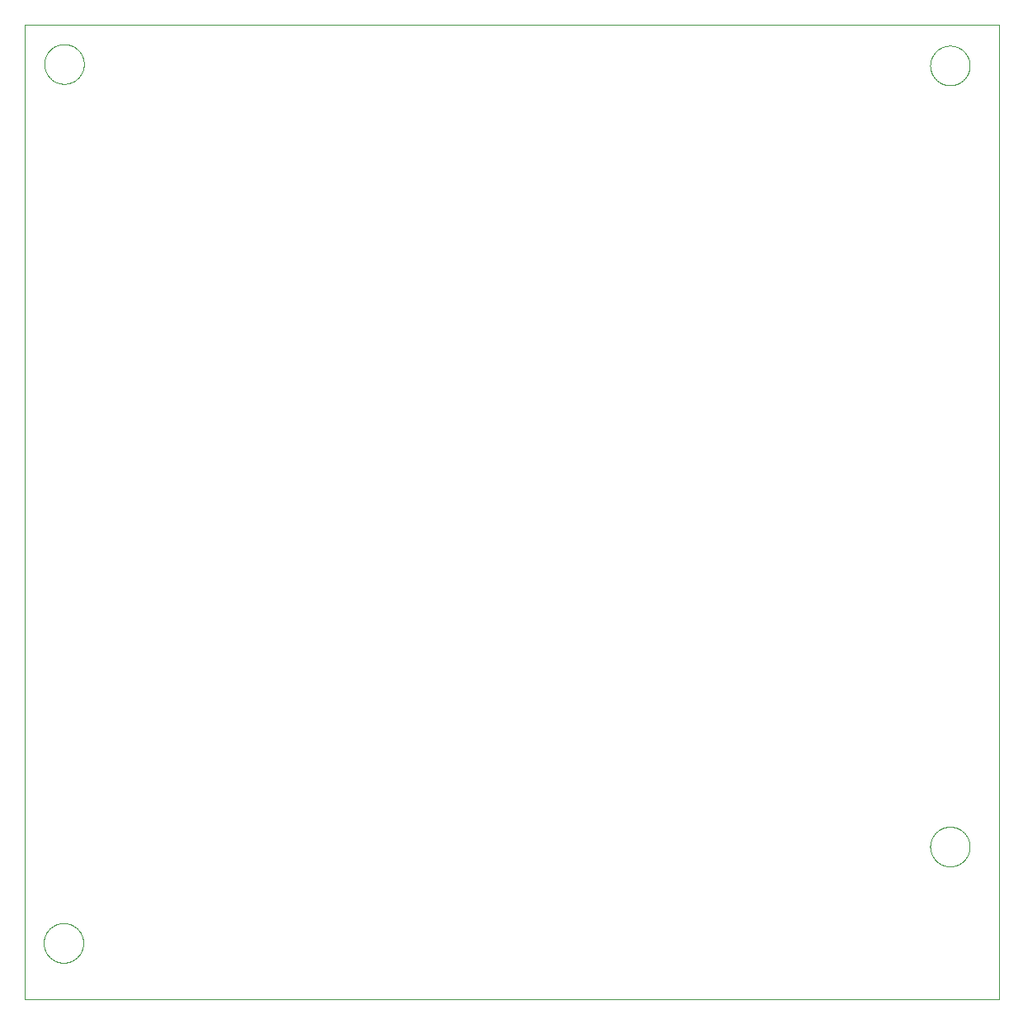
<source format=gbp>
G04 EAGLE Gerber X2 export*
%TF.Part,Single*%
%TF.FileFunction,Other,Solder paste bottom*%
%TF.FilePolarity,Positive*%
%TF.GenerationSoftware,Autodesk,EAGLE,9.1.2*%
%TF.CreationDate,2019-01-18T12:57:07Z*%
G75*
%MOMM*%
%FSLAX34Y34*%
%LPD*%
%AMOC8*
5,1,8,0,0,1.08239X$1,22.5*%
G01*
%ADD10C,0.000000*%


D10*
X0Y-187960D02*
X1000000Y-187960D01*
X1000000Y812700D01*
X0Y812700D01*
X0Y-187960D01*
X929600Y-31008D02*
X929606Y-30509D01*
X929624Y-30011D01*
X929655Y-29513D01*
X929698Y-29016D01*
X929753Y-28521D01*
X929820Y-28026D01*
X929899Y-27534D01*
X929990Y-27044D01*
X930094Y-26556D01*
X930209Y-26071D01*
X930336Y-25588D01*
X930475Y-25109D01*
X930626Y-24634D01*
X930788Y-24162D01*
X930962Y-23695D01*
X931147Y-23232D01*
X931343Y-22773D01*
X931551Y-22320D01*
X931770Y-21872D01*
X931999Y-21429D01*
X932240Y-20992D01*
X932491Y-20561D01*
X932753Y-20137D01*
X933025Y-19719D01*
X933307Y-19308D01*
X933599Y-18903D01*
X933901Y-18506D01*
X934212Y-18117D01*
X934534Y-17736D01*
X934864Y-17362D01*
X935203Y-16997D01*
X935552Y-16640D01*
X935909Y-16291D01*
X936274Y-15952D01*
X936648Y-15622D01*
X937029Y-15300D01*
X937418Y-14989D01*
X937815Y-14687D01*
X938220Y-14395D01*
X938631Y-14113D01*
X939049Y-13841D01*
X939473Y-13579D01*
X939904Y-13328D01*
X940341Y-13087D01*
X940784Y-12858D01*
X941232Y-12639D01*
X941685Y-12431D01*
X942144Y-12235D01*
X942607Y-12050D01*
X943074Y-11876D01*
X943546Y-11714D01*
X944021Y-11563D01*
X944500Y-11424D01*
X944983Y-11297D01*
X945468Y-11182D01*
X945956Y-11078D01*
X946446Y-10987D01*
X946938Y-10908D01*
X947433Y-10841D01*
X947928Y-10786D01*
X948425Y-10743D01*
X948923Y-10712D01*
X949421Y-10694D01*
X949920Y-10688D01*
X950419Y-10694D01*
X950917Y-10712D01*
X951415Y-10743D01*
X951912Y-10786D01*
X952407Y-10841D01*
X952902Y-10908D01*
X953394Y-10987D01*
X953884Y-11078D01*
X954372Y-11182D01*
X954857Y-11297D01*
X955340Y-11424D01*
X955819Y-11563D01*
X956294Y-11714D01*
X956766Y-11876D01*
X957233Y-12050D01*
X957696Y-12235D01*
X958155Y-12431D01*
X958608Y-12639D01*
X959056Y-12858D01*
X959499Y-13087D01*
X959936Y-13328D01*
X960367Y-13579D01*
X960791Y-13841D01*
X961209Y-14113D01*
X961620Y-14395D01*
X962025Y-14687D01*
X962422Y-14989D01*
X962811Y-15300D01*
X963192Y-15622D01*
X963566Y-15952D01*
X963931Y-16291D01*
X964288Y-16640D01*
X964637Y-16997D01*
X964976Y-17362D01*
X965306Y-17736D01*
X965628Y-18117D01*
X965939Y-18506D01*
X966241Y-18903D01*
X966533Y-19308D01*
X966815Y-19719D01*
X967087Y-20137D01*
X967349Y-20561D01*
X967600Y-20992D01*
X967841Y-21429D01*
X968070Y-21872D01*
X968289Y-22320D01*
X968497Y-22773D01*
X968693Y-23232D01*
X968878Y-23695D01*
X969052Y-24162D01*
X969214Y-24634D01*
X969365Y-25109D01*
X969504Y-25588D01*
X969631Y-26071D01*
X969746Y-26556D01*
X969850Y-27044D01*
X969941Y-27534D01*
X970020Y-28026D01*
X970087Y-28521D01*
X970142Y-29016D01*
X970185Y-29513D01*
X970216Y-30011D01*
X970234Y-30509D01*
X970240Y-31008D01*
X970234Y-31507D01*
X970216Y-32005D01*
X970185Y-32503D01*
X970142Y-33000D01*
X970087Y-33495D01*
X970020Y-33990D01*
X969941Y-34482D01*
X969850Y-34972D01*
X969746Y-35460D01*
X969631Y-35945D01*
X969504Y-36428D01*
X969365Y-36907D01*
X969214Y-37382D01*
X969052Y-37854D01*
X968878Y-38321D01*
X968693Y-38784D01*
X968497Y-39243D01*
X968289Y-39696D01*
X968070Y-40144D01*
X967841Y-40587D01*
X967600Y-41024D01*
X967349Y-41455D01*
X967087Y-41879D01*
X966815Y-42297D01*
X966533Y-42708D01*
X966241Y-43113D01*
X965939Y-43510D01*
X965628Y-43899D01*
X965306Y-44280D01*
X964976Y-44654D01*
X964637Y-45019D01*
X964288Y-45376D01*
X963931Y-45725D01*
X963566Y-46064D01*
X963192Y-46394D01*
X962811Y-46716D01*
X962422Y-47027D01*
X962025Y-47329D01*
X961620Y-47621D01*
X961209Y-47903D01*
X960791Y-48175D01*
X960367Y-48437D01*
X959936Y-48688D01*
X959499Y-48929D01*
X959056Y-49158D01*
X958608Y-49377D01*
X958155Y-49585D01*
X957696Y-49781D01*
X957233Y-49966D01*
X956766Y-50140D01*
X956294Y-50302D01*
X955819Y-50453D01*
X955340Y-50592D01*
X954857Y-50719D01*
X954372Y-50834D01*
X953884Y-50938D01*
X953394Y-51029D01*
X952902Y-51108D01*
X952407Y-51175D01*
X951912Y-51230D01*
X951415Y-51273D01*
X950917Y-51304D01*
X950419Y-51322D01*
X949920Y-51328D01*
X949421Y-51322D01*
X948923Y-51304D01*
X948425Y-51273D01*
X947928Y-51230D01*
X947433Y-51175D01*
X946938Y-51108D01*
X946446Y-51029D01*
X945956Y-50938D01*
X945468Y-50834D01*
X944983Y-50719D01*
X944500Y-50592D01*
X944021Y-50453D01*
X943546Y-50302D01*
X943074Y-50140D01*
X942607Y-49966D01*
X942144Y-49781D01*
X941685Y-49585D01*
X941232Y-49377D01*
X940784Y-49158D01*
X940341Y-48929D01*
X939904Y-48688D01*
X939473Y-48437D01*
X939049Y-48175D01*
X938631Y-47903D01*
X938220Y-47621D01*
X937815Y-47329D01*
X937418Y-47027D01*
X937029Y-46716D01*
X936648Y-46394D01*
X936274Y-46064D01*
X935909Y-45725D01*
X935552Y-45376D01*
X935203Y-45019D01*
X934864Y-44654D01*
X934534Y-44280D01*
X934212Y-43899D01*
X933901Y-43510D01*
X933599Y-43113D01*
X933307Y-42708D01*
X933025Y-42297D01*
X932753Y-41879D01*
X932491Y-41455D01*
X932240Y-41024D01*
X931999Y-40587D01*
X931770Y-40144D01*
X931551Y-39696D01*
X931343Y-39243D01*
X931147Y-38784D01*
X930962Y-38321D01*
X930788Y-37854D01*
X930626Y-37382D01*
X930475Y-36907D01*
X930336Y-36428D01*
X930209Y-35945D01*
X930094Y-35460D01*
X929990Y-34972D01*
X929899Y-34482D01*
X929820Y-33990D01*
X929753Y-33495D01*
X929698Y-33000D01*
X929655Y-32503D01*
X929624Y-32005D01*
X929606Y-31507D01*
X929600Y-31008D01*
X929600Y770510D02*
X929606Y771009D01*
X929624Y771507D01*
X929655Y772005D01*
X929698Y772502D01*
X929753Y772997D01*
X929820Y773492D01*
X929899Y773984D01*
X929990Y774474D01*
X930094Y774962D01*
X930209Y775447D01*
X930336Y775930D01*
X930475Y776409D01*
X930626Y776884D01*
X930788Y777356D01*
X930962Y777823D01*
X931147Y778286D01*
X931343Y778745D01*
X931551Y779198D01*
X931770Y779646D01*
X931999Y780089D01*
X932240Y780526D01*
X932491Y780957D01*
X932753Y781381D01*
X933025Y781799D01*
X933307Y782210D01*
X933599Y782615D01*
X933901Y783012D01*
X934212Y783401D01*
X934534Y783782D01*
X934864Y784156D01*
X935203Y784521D01*
X935552Y784878D01*
X935909Y785227D01*
X936274Y785566D01*
X936648Y785896D01*
X937029Y786218D01*
X937418Y786529D01*
X937815Y786831D01*
X938220Y787123D01*
X938631Y787405D01*
X939049Y787677D01*
X939473Y787939D01*
X939904Y788190D01*
X940341Y788431D01*
X940784Y788660D01*
X941232Y788879D01*
X941685Y789087D01*
X942144Y789283D01*
X942607Y789468D01*
X943074Y789642D01*
X943546Y789804D01*
X944021Y789955D01*
X944500Y790094D01*
X944983Y790221D01*
X945468Y790336D01*
X945956Y790440D01*
X946446Y790531D01*
X946938Y790610D01*
X947433Y790677D01*
X947928Y790732D01*
X948425Y790775D01*
X948923Y790806D01*
X949421Y790824D01*
X949920Y790830D01*
X950419Y790824D01*
X950917Y790806D01*
X951415Y790775D01*
X951912Y790732D01*
X952407Y790677D01*
X952902Y790610D01*
X953394Y790531D01*
X953884Y790440D01*
X954372Y790336D01*
X954857Y790221D01*
X955340Y790094D01*
X955819Y789955D01*
X956294Y789804D01*
X956766Y789642D01*
X957233Y789468D01*
X957696Y789283D01*
X958155Y789087D01*
X958608Y788879D01*
X959056Y788660D01*
X959499Y788431D01*
X959936Y788190D01*
X960367Y787939D01*
X960791Y787677D01*
X961209Y787405D01*
X961620Y787123D01*
X962025Y786831D01*
X962422Y786529D01*
X962811Y786218D01*
X963192Y785896D01*
X963566Y785566D01*
X963931Y785227D01*
X964288Y784878D01*
X964637Y784521D01*
X964976Y784156D01*
X965306Y783782D01*
X965628Y783401D01*
X965939Y783012D01*
X966241Y782615D01*
X966533Y782210D01*
X966815Y781799D01*
X967087Y781381D01*
X967349Y780957D01*
X967600Y780526D01*
X967841Y780089D01*
X968070Y779646D01*
X968289Y779198D01*
X968497Y778745D01*
X968693Y778286D01*
X968878Y777823D01*
X969052Y777356D01*
X969214Y776884D01*
X969365Y776409D01*
X969504Y775930D01*
X969631Y775447D01*
X969746Y774962D01*
X969850Y774474D01*
X969941Y773984D01*
X970020Y773492D01*
X970087Y772997D01*
X970142Y772502D01*
X970185Y772005D01*
X970216Y771507D01*
X970234Y771009D01*
X970240Y770510D01*
X970234Y770011D01*
X970216Y769513D01*
X970185Y769015D01*
X970142Y768518D01*
X970087Y768023D01*
X970020Y767528D01*
X969941Y767036D01*
X969850Y766546D01*
X969746Y766058D01*
X969631Y765573D01*
X969504Y765090D01*
X969365Y764611D01*
X969214Y764136D01*
X969052Y763664D01*
X968878Y763197D01*
X968693Y762734D01*
X968497Y762275D01*
X968289Y761822D01*
X968070Y761374D01*
X967841Y760931D01*
X967600Y760494D01*
X967349Y760063D01*
X967087Y759639D01*
X966815Y759221D01*
X966533Y758810D01*
X966241Y758405D01*
X965939Y758008D01*
X965628Y757619D01*
X965306Y757238D01*
X964976Y756864D01*
X964637Y756499D01*
X964288Y756142D01*
X963931Y755793D01*
X963566Y755454D01*
X963192Y755124D01*
X962811Y754802D01*
X962422Y754491D01*
X962025Y754189D01*
X961620Y753897D01*
X961209Y753615D01*
X960791Y753343D01*
X960367Y753081D01*
X959936Y752830D01*
X959499Y752589D01*
X959056Y752360D01*
X958608Y752141D01*
X958155Y751933D01*
X957696Y751737D01*
X957233Y751552D01*
X956766Y751378D01*
X956294Y751216D01*
X955819Y751065D01*
X955340Y750926D01*
X954857Y750799D01*
X954372Y750684D01*
X953884Y750580D01*
X953394Y750489D01*
X952902Y750410D01*
X952407Y750343D01*
X951912Y750288D01*
X951415Y750245D01*
X950917Y750214D01*
X950419Y750196D01*
X949920Y750190D01*
X949421Y750196D01*
X948923Y750214D01*
X948425Y750245D01*
X947928Y750288D01*
X947433Y750343D01*
X946938Y750410D01*
X946446Y750489D01*
X945956Y750580D01*
X945468Y750684D01*
X944983Y750799D01*
X944500Y750926D01*
X944021Y751065D01*
X943546Y751216D01*
X943074Y751378D01*
X942607Y751552D01*
X942144Y751737D01*
X941685Y751933D01*
X941232Y752141D01*
X940784Y752360D01*
X940341Y752589D01*
X939904Y752830D01*
X939473Y753081D01*
X939049Y753343D01*
X938631Y753615D01*
X938220Y753897D01*
X937815Y754189D01*
X937418Y754491D01*
X937029Y754802D01*
X936648Y755124D01*
X936274Y755454D01*
X935909Y755793D01*
X935552Y756142D01*
X935203Y756499D01*
X934864Y756864D01*
X934534Y757238D01*
X934212Y757619D01*
X933901Y758008D01*
X933599Y758405D01*
X933307Y758810D01*
X933025Y759221D01*
X932753Y759639D01*
X932491Y760063D01*
X932240Y760494D01*
X931999Y760931D01*
X931770Y761374D01*
X931551Y761822D01*
X931343Y762275D01*
X931147Y762734D01*
X930962Y763197D01*
X930788Y763664D01*
X930626Y764136D01*
X930475Y764611D01*
X930336Y765090D01*
X930209Y765573D01*
X930094Y766058D01*
X929990Y766546D01*
X929899Y767036D01*
X929820Y767528D01*
X929753Y768023D01*
X929698Y768518D01*
X929655Y769015D01*
X929624Y769513D01*
X929606Y770011D01*
X929600Y770510D01*
X20480Y772000D02*
X20486Y772499D01*
X20504Y772997D01*
X20535Y773495D01*
X20578Y773992D01*
X20633Y774487D01*
X20700Y774982D01*
X20779Y775474D01*
X20870Y775964D01*
X20974Y776452D01*
X21089Y776937D01*
X21216Y777420D01*
X21355Y777899D01*
X21506Y778374D01*
X21668Y778846D01*
X21842Y779313D01*
X22027Y779776D01*
X22223Y780235D01*
X22431Y780688D01*
X22650Y781136D01*
X22879Y781579D01*
X23120Y782016D01*
X23371Y782447D01*
X23633Y782871D01*
X23905Y783289D01*
X24187Y783700D01*
X24479Y784105D01*
X24781Y784502D01*
X25092Y784891D01*
X25414Y785272D01*
X25744Y785646D01*
X26083Y786011D01*
X26432Y786368D01*
X26789Y786717D01*
X27154Y787056D01*
X27528Y787386D01*
X27909Y787708D01*
X28298Y788019D01*
X28695Y788321D01*
X29100Y788613D01*
X29511Y788895D01*
X29929Y789167D01*
X30353Y789429D01*
X30784Y789680D01*
X31221Y789921D01*
X31664Y790150D01*
X32112Y790369D01*
X32565Y790577D01*
X33024Y790773D01*
X33487Y790958D01*
X33954Y791132D01*
X34426Y791294D01*
X34901Y791445D01*
X35380Y791584D01*
X35863Y791711D01*
X36348Y791826D01*
X36836Y791930D01*
X37326Y792021D01*
X37818Y792100D01*
X38313Y792167D01*
X38808Y792222D01*
X39305Y792265D01*
X39803Y792296D01*
X40301Y792314D01*
X40800Y792320D01*
X41299Y792314D01*
X41797Y792296D01*
X42295Y792265D01*
X42792Y792222D01*
X43287Y792167D01*
X43782Y792100D01*
X44274Y792021D01*
X44764Y791930D01*
X45252Y791826D01*
X45737Y791711D01*
X46220Y791584D01*
X46699Y791445D01*
X47174Y791294D01*
X47646Y791132D01*
X48113Y790958D01*
X48576Y790773D01*
X49035Y790577D01*
X49488Y790369D01*
X49936Y790150D01*
X50379Y789921D01*
X50816Y789680D01*
X51247Y789429D01*
X51671Y789167D01*
X52089Y788895D01*
X52500Y788613D01*
X52905Y788321D01*
X53302Y788019D01*
X53691Y787708D01*
X54072Y787386D01*
X54446Y787056D01*
X54811Y786717D01*
X55168Y786368D01*
X55517Y786011D01*
X55856Y785646D01*
X56186Y785272D01*
X56508Y784891D01*
X56819Y784502D01*
X57121Y784105D01*
X57413Y783700D01*
X57695Y783289D01*
X57967Y782871D01*
X58229Y782447D01*
X58480Y782016D01*
X58721Y781579D01*
X58950Y781136D01*
X59169Y780688D01*
X59377Y780235D01*
X59573Y779776D01*
X59758Y779313D01*
X59932Y778846D01*
X60094Y778374D01*
X60245Y777899D01*
X60384Y777420D01*
X60511Y776937D01*
X60626Y776452D01*
X60730Y775964D01*
X60821Y775474D01*
X60900Y774982D01*
X60967Y774487D01*
X61022Y773992D01*
X61065Y773495D01*
X61096Y772997D01*
X61114Y772499D01*
X61120Y772000D01*
X61114Y771501D01*
X61096Y771003D01*
X61065Y770505D01*
X61022Y770008D01*
X60967Y769513D01*
X60900Y769018D01*
X60821Y768526D01*
X60730Y768036D01*
X60626Y767548D01*
X60511Y767063D01*
X60384Y766580D01*
X60245Y766101D01*
X60094Y765626D01*
X59932Y765154D01*
X59758Y764687D01*
X59573Y764224D01*
X59377Y763765D01*
X59169Y763312D01*
X58950Y762864D01*
X58721Y762421D01*
X58480Y761984D01*
X58229Y761553D01*
X57967Y761129D01*
X57695Y760711D01*
X57413Y760300D01*
X57121Y759895D01*
X56819Y759498D01*
X56508Y759109D01*
X56186Y758728D01*
X55856Y758354D01*
X55517Y757989D01*
X55168Y757632D01*
X54811Y757283D01*
X54446Y756944D01*
X54072Y756614D01*
X53691Y756292D01*
X53302Y755981D01*
X52905Y755679D01*
X52500Y755387D01*
X52089Y755105D01*
X51671Y754833D01*
X51247Y754571D01*
X50816Y754320D01*
X50379Y754079D01*
X49936Y753850D01*
X49488Y753631D01*
X49035Y753423D01*
X48576Y753227D01*
X48113Y753042D01*
X47646Y752868D01*
X47174Y752706D01*
X46699Y752555D01*
X46220Y752416D01*
X45737Y752289D01*
X45252Y752174D01*
X44764Y752070D01*
X44274Y751979D01*
X43782Y751900D01*
X43287Y751833D01*
X42792Y751778D01*
X42295Y751735D01*
X41797Y751704D01*
X41299Y751686D01*
X40800Y751680D01*
X40301Y751686D01*
X39803Y751704D01*
X39305Y751735D01*
X38808Y751778D01*
X38313Y751833D01*
X37818Y751900D01*
X37326Y751979D01*
X36836Y752070D01*
X36348Y752174D01*
X35863Y752289D01*
X35380Y752416D01*
X34901Y752555D01*
X34426Y752706D01*
X33954Y752868D01*
X33487Y753042D01*
X33024Y753227D01*
X32565Y753423D01*
X32112Y753631D01*
X31664Y753850D01*
X31221Y754079D01*
X30784Y754320D01*
X30353Y754571D01*
X29929Y754833D01*
X29511Y755105D01*
X29100Y755387D01*
X28695Y755679D01*
X28298Y755981D01*
X27909Y756292D01*
X27528Y756614D01*
X27154Y756944D01*
X26789Y757283D01*
X26432Y757632D01*
X26083Y757989D01*
X25744Y758354D01*
X25414Y758728D01*
X25092Y759109D01*
X24781Y759498D01*
X24479Y759895D01*
X24187Y760300D01*
X23905Y760711D01*
X23633Y761129D01*
X23371Y761553D01*
X23120Y761984D01*
X22879Y762421D01*
X22650Y762864D01*
X22431Y763312D01*
X22223Y763765D01*
X22027Y764224D01*
X21842Y764687D01*
X21668Y765154D01*
X21506Y765626D01*
X21355Y766101D01*
X21216Y766580D01*
X21089Y767063D01*
X20974Y767548D01*
X20870Y768036D01*
X20779Y768526D01*
X20700Y769018D01*
X20633Y769513D01*
X20578Y770008D01*
X20535Y770505D01*
X20504Y771003D01*
X20486Y771501D01*
X20480Y772000D01*
X19850Y-129850D02*
X19856Y-129351D01*
X19874Y-128853D01*
X19905Y-128355D01*
X19948Y-127858D01*
X20003Y-127363D01*
X20070Y-126868D01*
X20149Y-126376D01*
X20240Y-125886D01*
X20344Y-125398D01*
X20459Y-124913D01*
X20586Y-124430D01*
X20725Y-123951D01*
X20876Y-123476D01*
X21038Y-123004D01*
X21212Y-122537D01*
X21397Y-122074D01*
X21593Y-121615D01*
X21801Y-121162D01*
X22020Y-120714D01*
X22249Y-120271D01*
X22490Y-119834D01*
X22741Y-119403D01*
X23003Y-118979D01*
X23275Y-118561D01*
X23557Y-118150D01*
X23849Y-117745D01*
X24151Y-117348D01*
X24462Y-116959D01*
X24784Y-116578D01*
X25114Y-116204D01*
X25453Y-115839D01*
X25802Y-115482D01*
X26159Y-115133D01*
X26524Y-114794D01*
X26898Y-114464D01*
X27279Y-114142D01*
X27668Y-113831D01*
X28065Y-113529D01*
X28470Y-113237D01*
X28881Y-112955D01*
X29299Y-112683D01*
X29723Y-112421D01*
X30154Y-112170D01*
X30591Y-111929D01*
X31034Y-111700D01*
X31482Y-111481D01*
X31935Y-111273D01*
X32394Y-111077D01*
X32857Y-110892D01*
X33324Y-110718D01*
X33796Y-110556D01*
X34271Y-110405D01*
X34750Y-110266D01*
X35233Y-110139D01*
X35718Y-110024D01*
X36206Y-109920D01*
X36696Y-109829D01*
X37188Y-109750D01*
X37683Y-109683D01*
X38178Y-109628D01*
X38675Y-109585D01*
X39173Y-109554D01*
X39671Y-109536D01*
X40170Y-109530D01*
X40669Y-109536D01*
X41167Y-109554D01*
X41665Y-109585D01*
X42162Y-109628D01*
X42657Y-109683D01*
X43152Y-109750D01*
X43644Y-109829D01*
X44134Y-109920D01*
X44622Y-110024D01*
X45107Y-110139D01*
X45590Y-110266D01*
X46069Y-110405D01*
X46544Y-110556D01*
X47016Y-110718D01*
X47483Y-110892D01*
X47946Y-111077D01*
X48405Y-111273D01*
X48858Y-111481D01*
X49306Y-111700D01*
X49749Y-111929D01*
X50186Y-112170D01*
X50617Y-112421D01*
X51041Y-112683D01*
X51459Y-112955D01*
X51870Y-113237D01*
X52275Y-113529D01*
X52672Y-113831D01*
X53061Y-114142D01*
X53442Y-114464D01*
X53816Y-114794D01*
X54181Y-115133D01*
X54538Y-115482D01*
X54887Y-115839D01*
X55226Y-116204D01*
X55556Y-116578D01*
X55878Y-116959D01*
X56189Y-117348D01*
X56491Y-117745D01*
X56783Y-118150D01*
X57065Y-118561D01*
X57337Y-118979D01*
X57599Y-119403D01*
X57850Y-119834D01*
X58091Y-120271D01*
X58320Y-120714D01*
X58539Y-121162D01*
X58747Y-121615D01*
X58943Y-122074D01*
X59128Y-122537D01*
X59302Y-123004D01*
X59464Y-123476D01*
X59615Y-123951D01*
X59754Y-124430D01*
X59881Y-124913D01*
X59996Y-125398D01*
X60100Y-125886D01*
X60191Y-126376D01*
X60270Y-126868D01*
X60337Y-127363D01*
X60392Y-127858D01*
X60435Y-128355D01*
X60466Y-128853D01*
X60484Y-129351D01*
X60490Y-129850D01*
X60484Y-130349D01*
X60466Y-130847D01*
X60435Y-131345D01*
X60392Y-131842D01*
X60337Y-132337D01*
X60270Y-132832D01*
X60191Y-133324D01*
X60100Y-133814D01*
X59996Y-134302D01*
X59881Y-134787D01*
X59754Y-135270D01*
X59615Y-135749D01*
X59464Y-136224D01*
X59302Y-136696D01*
X59128Y-137163D01*
X58943Y-137626D01*
X58747Y-138085D01*
X58539Y-138538D01*
X58320Y-138986D01*
X58091Y-139429D01*
X57850Y-139866D01*
X57599Y-140297D01*
X57337Y-140721D01*
X57065Y-141139D01*
X56783Y-141550D01*
X56491Y-141955D01*
X56189Y-142352D01*
X55878Y-142741D01*
X55556Y-143122D01*
X55226Y-143496D01*
X54887Y-143861D01*
X54538Y-144218D01*
X54181Y-144567D01*
X53816Y-144906D01*
X53442Y-145236D01*
X53061Y-145558D01*
X52672Y-145869D01*
X52275Y-146171D01*
X51870Y-146463D01*
X51459Y-146745D01*
X51041Y-147017D01*
X50617Y-147279D01*
X50186Y-147530D01*
X49749Y-147771D01*
X49306Y-148000D01*
X48858Y-148219D01*
X48405Y-148427D01*
X47946Y-148623D01*
X47483Y-148808D01*
X47016Y-148982D01*
X46544Y-149144D01*
X46069Y-149295D01*
X45590Y-149434D01*
X45107Y-149561D01*
X44622Y-149676D01*
X44134Y-149780D01*
X43644Y-149871D01*
X43152Y-149950D01*
X42657Y-150017D01*
X42162Y-150072D01*
X41665Y-150115D01*
X41167Y-150146D01*
X40669Y-150164D01*
X40170Y-150170D01*
X39671Y-150164D01*
X39173Y-150146D01*
X38675Y-150115D01*
X38178Y-150072D01*
X37683Y-150017D01*
X37188Y-149950D01*
X36696Y-149871D01*
X36206Y-149780D01*
X35718Y-149676D01*
X35233Y-149561D01*
X34750Y-149434D01*
X34271Y-149295D01*
X33796Y-149144D01*
X33324Y-148982D01*
X32857Y-148808D01*
X32394Y-148623D01*
X31935Y-148427D01*
X31482Y-148219D01*
X31034Y-148000D01*
X30591Y-147771D01*
X30154Y-147530D01*
X29723Y-147279D01*
X29299Y-147017D01*
X28881Y-146745D01*
X28470Y-146463D01*
X28065Y-146171D01*
X27668Y-145869D01*
X27279Y-145558D01*
X26898Y-145236D01*
X26524Y-144906D01*
X26159Y-144567D01*
X25802Y-144218D01*
X25453Y-143861D01*
X25114Y-143496D01*
X24784Y-143122D01*
X24462Y-142741D01*
X24151Y-142352D01*
X23849Y-141955D01*
X23557Y-141550D01*
X23275Y-141139D01*
X23003Y-140721D01*
X22741Y-140297D01*
X22490Y-139866D01*
X22249Y-139429D01*
X22020Y-138986D01*
X21801Y-138538D01*
X21593Y-138085D01*
X21397Y-137626D01*
X21212Y-137163D01*
X21038Y-136696D01*
X20876Y-136224D01*
X20725Y-135749D01*
X20586Y-135270D01*
X20459Y-134787D01*
X20344Y-134302D01*
X20240Y-133814D01*
X20149Y-133324D01*
X20070Y-132832D01*
X20003Y-132337D01*
X19948Y-131842D01*
X19905Y-131345D01*
X19874Y-130847D01*
X19856Y-130349D01*
X19850Y-129850D01*
M02*

</source>
